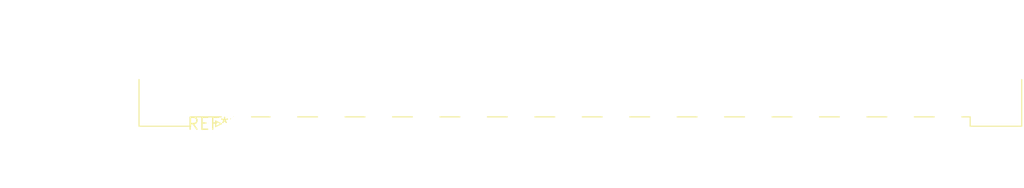
<source format=kicad_pcb>
(kicad_pcb (version 20240108) (generator pcbnew)
  (layers (0 "F.Cu" signal) (31 "B.Cu" signal) (34 "B.Paste" user) (35 "F.Paste" user) (36 "B.SilkS" user "B.Silkscreen") (37 "F.SilkS" user "F.Silkscreen") (38 "B.Mask" user) (39 "F.Mask" user) (44 "Edge.Cuts" user))
  (net 0 "")
  (footprint "DIN41612_E_2x16_RowsAC_Male_Horizontal_THT" (layer "F.Cu") (at 0 0)
    (property "Reference" "REF**")
    (property "Value" "DIN41612_E_2x16_RowsAC_Male_Horizontal_THT")
    (fp_line (start -7.89 -4.74) (end -7.89 0.26) (layer "F.SilkS") (stroke (width 0.12)))
    (fp_line (start -7.89 0.26) (end -2.37 0.26) (layer "F.SilkS") (stroke (width 0.12)))
    (fp_line (start -2.371 -0.74) (end 0.92 -0.74) (layer "F.SilkS") (stroke (width 0.12)))
    (fp_line (start -2.37 0.26) (end -2.37 -0.74) (layer "F.SilkS") (stroke (width 0.12)))
    (fp_line (start 0.32 -0.3) (end 0.32 0.3) (layer "F.SilkS") (stroke (width 0.12)))
    (fp_line (start 0.32 0.3) (end 0.92 0) (layer "F.SilkS") (stroke (width 0.12)))
    (fp_line (start 0.92 0) (end 0.32 -0.3) (layer "F.SilkS") (stroke (width 0.12)))
    (fp_line (start 4.16 -0.74) (end 6.149 -0.74) (layer "F.SilkS") (stroke (width 0.12)))
    (fp_line (start 9.092 -0.74) (end 11.229 -0.74) (layer "F.SilkS") (stroke (width 0.12)))
    (fp_line (start 14.172 -0.74) (end 16.309 -0.74) (layer "F.SilkS") (stroke (width 0.12)))
    (fp_line (start 19.252 -0.74) (end 21.389 -0.74) (layer "F.SilkS") (stroke (width 0.12)))
    (fp_line (start 24.332 -0.74) (end 26.469 -0.74) (layer "F.SilkS") (stroke (width 0.12)))
    (fp_line (start 29.412 -0.74) (end 31.549 -0.74) (layer "F.SilkS") (stroke (width 0.12)))
    (fp_line (start 34.492 -0.74) (end 36.629 -0.74) (layer "F.SilkS") (stroke (width 0.12)))
    (fp_line (start 39.572 -0.74) (end 41.709 -0.74) (layer "F.SilkS") (stroke (width 0.12)))
    (fp_line (start 44.652 -0.74) (end 46.789 -0.74) (layer "F.SilkS") (stroke (width 0.12)))
    (fp_line (start 49.732 -0.74) (end 51.869 -0.74) (layer "F.SilkS") (stroke (width 0.12)))
    (fp_line (start 54.812 -0.74) (end 56.949 -0.74) (layer "F.SilkS") (stroke (width 0.12)))
    (fp_line (start 59.892 -0.74) (end 62.029 -0.74) (layer "F.SilkS") (stroke (width 0.12)))
    (fp_line (start 64.972 -0.74) (end 67.109 -0.74) (layer "F.SilkS") (stroke (width 0.12)))
    (fp_line (start 70.052 -0.74) (end 72.189 -0.74) (layer "F.SilkS") (stroke (width 0.12)))
    (fp_line (start 75.132 -0.74) (end 77.269 -0.74) (layer "F.SilkS") (stroke (width 0.12)))
    (fp_line (start 80.212 -0.74) (end 81.11 -0.74) (layer "F.SilkS") (stroke (width 0.12)))
    (fp_line (start 81.11 0.26) (end 81.11 -0.74) (layer "F.SilkS") (stroke (width 0.12)))
    (fp_line (start 86.63 -4.74) (end 86.63 0.26) (layer "F.SilkS") (stroke (width 0.12)))
    (fp_line (start 86.63 0.26) (end 81.11 0.26) (layer "F.SilkS") (stroke (width 0.12)))
    (pad "" np_thru_hole circle (at -5.08 -2.54) (size 2.85 2.85) (drill 2.85) (layers *.Cu *.Mask))
    (pad "" np_thru_hole circle (at 83.82 -2.54) (size 2.85 2.85) (drill 2.85) (layers *.Cu *.Mask))
    (pad "a2" thru_hole roundrect (at 2.54 0) (size 2.6 2.6) (drill 1.6) (layers *.Cu *.Mask) (remove_unused_layers) (roundrect_rratio 0.096154))
    (pad "a4" thru_hole circle (at 7.62 0) (size 2.6 2.6) (drill 1.6) (layers *.Cu *.Mask) (remove_unused_layers))
    (pad "a6" thru_hole circle (at 12.7 0) (size 2.6 2.6) (drill 1.6) (layers *.Cu *.Mask) (remove_unused_layers))
    (pad "a8" thru_hole circle (at 17.78 0) (size 2.6 2.6) (drill 1.6) (layers *.Cu *.Mask) (remove_unused_layers))
    (pad "a10" thru_hole circle (at 22.86 0) (size 2.6 2.6) (drill 1.6) (layers *.Cu *.Mask) (remove_unused_layers))
    (pad "a12" thru_hole circle (at 27.94 0) (size 2.6 2.6) (drill 1.6) (layers *.Cu *.Mask) (remove_unused_layers))
    (pad "a14" thru_hole circle (at 33.02 0) (size 2.6 2.6) (drill 1.6) (layers *.Cu *.Mask) (remove_unused_layers))
    (pad "a16" thru_hole circle (at 38.1 0) (size 2.6 2.6) (drill 1.6) (layers *.Cu *.Mask) (remove_unused_layers))
    (pad "a18" thru_hole circle (at 43.18 0) (size 2.6 2.6) (drill 1.6) (layers *.Cu *.Mask) (remove_unused_layers))
    (pad "a20" thru_hole circle (at 48.26 0) (size 2.6 2.6) (drill 1.6) (layers *.Cu *.Mask) (remove_unused_layers))
    (pad "a22" thru_hole circle (at 53.34 0) (size 2.6 2.6) (drill 1.6) (layers *.Cu *.Mask) (remove_unused_layers))
    (pad "a24" thru_hole circle (at 58.42 0) (size 2.6 2.6) (drill 1.6) (layers *.Cu *.Mask) (remove_unused_layers))
    (pad "a26" thru_hole circle (at 63.5 0) (size 2.6 2.6) (drill 1.6) (layers *.Cu *.Mask) (remove_unused_layers))
    (pad "a28" thru_hole circle (at 68.58 0) (size 2.6 2.6) (drill 1.6) (layers *.Cu *.Mask) (remove_unused_layers))
    (pad "a30" thru_hole circle (at 73.66 0) (size 2.6 2.6) (drill 1.6) (layers *.Cu *.Mask) (remove_unused_layers))
    (pad "a32" thru_hole circle (at 78.74 0) (size 2.6 2.6) (drill 1.6) (layers *.Cu *.Mask) (remove_unused_layers))
    (pad "c2" thru_hole circle (at 2.54 5.08) (size 2.6 2.6) (drill 1.6) (layers *.Cu *.Mask) (remove_unused_layers))
    (pad "c4" thru_hole circle (at 7.62 5.08) (size 2.6 2.6) (drill 1.6) (layers *.Cu *.Mask) (remove_unused_layers))
    (pad "c6" thru_hole circle (at 12.7 5.08) (size 2.6 2.6) (drill 1.6) (layers *.Cu *.Mask) (remove_unused_layers))
    (pad "c8" thru_hole circle (at 17.78 5.08) (size 2.6 2.6) (drill 1.6) (layers *.Cu *.Mask) (remove_unused_layers))
    (pad "c10" thru_hole circle (at 22.86 5.08) (size 2.6 2.6) (drill 1.6) (layers *.Cu *.Mask) (remove_unused_layers))
    (pad "c12" thru_hole circle (at 27.94 5.08) (size 2.6 2.6) (drill 1.6) (layers *.Cu *.Mask) (remove_unused_layers))
    (pad "c14" thru_hole circle (at 33.02 5.08) (size 2.6 2.6) (drill 1.6) (layers *.Cu *.Mask) (remove_unused_layers))
    (pad "c16" thru_hole circle (at 38.1 5.08) (size 2.6 2.6) (drill 1.6) (layers *.Cu *.Mask) (remove_unused_layers))
    (pad "c18" thru_hole circle (at 43.18 5.08) (size 2.6 2.6) (drill 1.6) (layers *.Cu *.Mask) (remove_unused_layers))
    (pad "c20" thru_hole circle (at 48.26 5.08) (size 2.6 2.6) (drill 1.6) (layers *.Cu *.Mask) (remove_unused_layers))
    (pad "c22" thru_hole circle (at 53.34 5.08) (size 2.6 2.6) (drill 1.6) (layers *.Cu *.Mask) (remove_unused_layers))
    (pad "c24" thru_hole circle (at 58.42 5.08) (size 2.6 2.6) (drill 1.6) (layers *.Cu *.Mask) (remove_unused_layers))
    (pad "c26" thru_hole circle (at 63.5 5.08) (size 2.6 2.6) (drill 1.6) (layers *.Cu *.Mask) (remove_unused_layers))
    (pad "c28" thru_hole circle (at 68.58 5.08) (size 2.6 2.6) (drill 1.6) (layers *.Cu *.Mask) (remove_unused_layers))
    (pad "c30" thru_hole circle (at 73.66 5.08) (size 2.6 2.6) (drill 1.6) (layers *.Cu *.Mask) (remove_unused_layers))
    (pad "c32" thru_hole circle (at 78.74 5.08) (size 2.6 2.6) (drill 1.6) (layers *.Cu *.Mask) (remove_unused_layers))
  )
)
</source>
